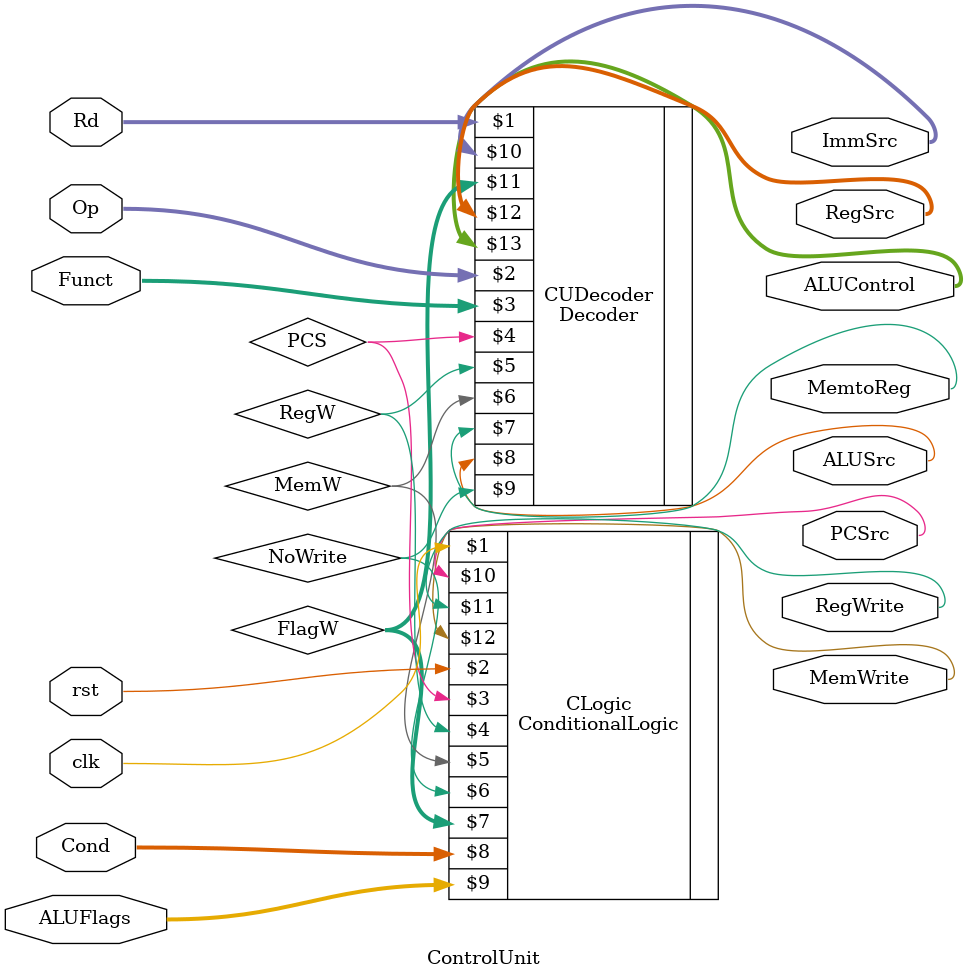
<source format=sv>

/*
*	Módulo para la Unidad de control del procesador
*/

module ControlUnit(input logic clk, rst,
						 input logic [3:0] Rd,
						 input logic [1:0] Op,
						 input logic [5:0] Funct,
						 input logic [3:0] Cond, ALUFlags,
						 output logic MemtoReg, ALUSrc, MemWrite, RegWrite, PCSrc,
						 output logic [1:0] ImmSrc, RegSrc, ALUControl);

	logic [1:0] FlagW;
	logic PCS, RegW, MemW, NoWrite;
	
	Decoder CUDecoder(Rd, Op, Funct, PCS, RegW, MemW, MemtoReg, ALUSrc, 
							NoWrite, ImmSrc, FlagW, RegSrc, ALUControl);
								  
	ConditionalLogic CLogic(clk, rst, PCS, RegW, MemW, NoWrite, FlagW,
									Cond, ALUFlags, PCSrc, RegWrite, MemWrite);
						  
						  
endmodule 
</source>
